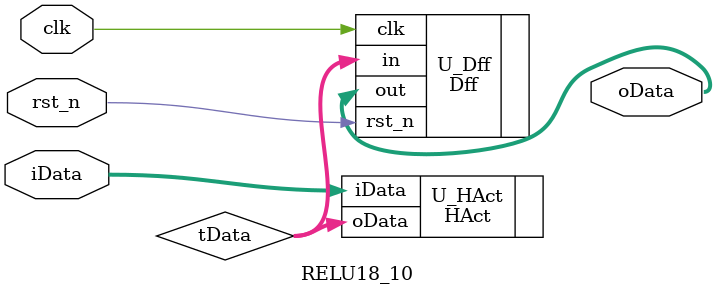
<source format=sv>
`include "HAct.sv"
`include "Dff.sv"

module RELU18_10 #(
    parameter IWID = 18,
    parameter ADIM = 144,
    parameter OWID = 10
) (
    input logic clk,
    input logic rst_n,
    input logic [IWID - 1 : 0] iData,
    output logic [OWID - 1 : 0] oData
);

    logic [OWID - 1 : 0] tData;

    HAct #(
        .IWID(IWID),
        .ADIM(ADIM),
        .OWID(OWID)
    ) U_HAct(
        .iData(iData),
        .oData(tData)
    );

    Dff #(
        .IWID(OWID)
    ) U_Dff(
        .clk(clk),
        .rst_n(rst_n),
        .in(tData),
        .out(oData)
    );

endmodule
</source>
